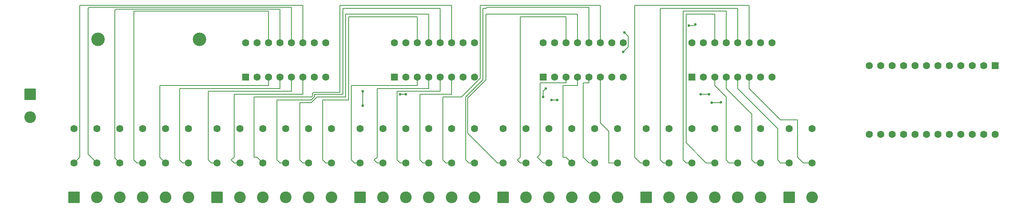
<source format=gbr>
%TF.GenerationSoftware,KiCad,Pcbnew,9.0.3*%
%TF.CreationDate,2025-08-12T15:30:17+02:00*%
%TF.ProjectId,Hauptwerk_Project,48617570-7477-4657-926b-5f50726f6a65,1.0.0*%
%TF.SameCoordinates,Original*%
%TF.FileFunction,Copper,L2,Bot*%
%TF.FilePolarity,Positive*%
%FSLAX46Y46*%
G04 Gerber Fmt 4.6, Leading zero omitted, Abs format (unit mm)*
G04 Created by KiCad (PCBNEW 9.0.3) date 2025-08-12 15:30:17*
%MOMM*%
%LPD*%
G01*
G04 APERTURE LIST*
G04 Aperture macros list*
%AMRoundRect*
0 Rectangle with rounded corners*
0 $1 Rounding radius*
0 $2 $3 $4 $5 $6 $7 $8 $9 X,Y pos of 4 corners*
0 Add a 4 corners polygon primitive as box body*
4,1,4,$2,$3,$4,$5,$6,$7,$8,$9,$2,$3,0*
0 Add four circle primitives for the rounded corners*
1,1,$1+$1,$2,$3*
1,1,$1+$1,$4,$5*
1,1,$1+$1,$6,$7*
1,1,$1+$1,$8,$9*
0 Add four rect primitives between the rounded corners*
20,1,$1+$1,$2,$3,$4,$5,0*
20,1,$1+$1,$4,$5,$6,$7,0*
20,1,$1+$1,$6,$7,$8,$9,0*
20,1,$1+$1,$8,$9,$2,$3,0*%
G04 Aperture macros list end*
%TA.AperFunction,ComponentPad*%
%ADD10RoundRect,0.250000X-1.050000X-1.050000X1.050000X-1.050000X1.050000X1.050000X-1.050000X1.050000X0*%
%TD*%
%TA.AperFunction,ComponentPad*%
%ADD11C,2.600000*%
%TD*%
%TA.AperFunction,ComponentPad*%
%ADD12C,1.600000*%
%TD*%
%TA.AperFunction,ComponentPad*%
%ADD13RoundRect,0.250000X0.550000X-0.550000X0.550000X0.550000X-0.550000X0.550000X-0.550000X-0.550000X0*%
%TD*%
%TA.AperFunction,ComponentPad*%
%ADD14RoundRect,0.250000X-1.050000X1.050000X-1.050000X-1.050000X1.050000X-1.050000X1.050000X1.050000X0*%
%TD*%
%TA.AperFunction,ComponentPad*%
%ADD15R,1.600000X1.600000*%
%TD*%
%TA.AperFunction,ComponentPad*%
%ADD16C,3.000000*%
%TD*%
%TA.AperFunction,ViaPad*%
%ADD17C,0.600000*%
%TD*%
%TA.AperFunction,Conductor*%
%ADD18C,0.200000*%
%TD*%
G04 APERTURE END LIST*
D10*
%TO.P,J4,1,Pin_1*%
%TO.N,Net-(J4-Pin_1)*%
X110490000Y-99060000D03*
D11*
%TO.P,J4,2,Pin_2*%
%TO.N,Net-(J4-Pin_2)*%
X115570000Y-99060000D03*
%TO.P,J4,3,Pin_3*%
%TO.N,Net-(J4-Pin_3)*%
X120650000Y-99060000D03*
%TO.P,J4,4,Pin_4*%
%TO.N,Net-(J4-Pin_4)*%
X125730000Y-99060000D03*
%TO.P,J4,5,Pin_5*%
%TO.N,Net-(J4-Pin_5)*%
X130810000Y-99060000D03*
%TO.P,J4,6,Pin_6*%
%TO.N,Net-(J4-Pin_6)*%
X135890000Y-99060000D03*
%TD*%
D12*
%TO.P,R26,1*%
%TO.N,Net-(J6-Pin_2)*%
X179070000Y-91440000D03*
%TO.P,R26,2*%
%TO.N,+5V*%
X179070000Y-83820000D03*
%TD*%
%TO.P,R14,1*%
%TO.N,Net-(J4-Pin_2)*%
X115570000Y-91440000D03*
%TO.P,R14,2*%
%TO.N,+5V*%
X115570000Y-83820000D03*
%TD*%
%TO.P,R29,1*%
%TO.N,Net-(J6-Pin_5)*%
X194310000Y-91440000D03*
%TO.P,R29,2*%
%TO.N,+5V*%
X194310000Y-83820000D03*
%TD*%
D10*
%TO.P,J6,1,Pin_1*%
%TO.N,Net-(J6-Pin_1)*%
X173990000Y-99060000D03*
D11*
%TO.P,J6,2,Pin_2*%
%TO.N,Net-(J6-Pin_2)*%
X179070000Y-99060000D03*
%TO.P,J6,3,Pin_3*%
%TO.N,Net-(J6-Pin_3)*%
X184150000Y-99060000D03*
%TO.P,J6,4,Pin_4*%
%TO.N,Net-(J6-Pin_4)*%
X189230000Y-99060000D03*
%TO.P,J6,5,Pin_5*%
%TO.N,Net-(J6-Pin_5)*%
X194310000Y-99060000D03*
%TO.P,J6,6,Pin_6*%
%TO.N,Net-(J6-Pin_6)*%
X199390000Y-99060000D03*
%TD*%
D12*
%TO.P,R30,1*%
%TO.N,Net-(J6-Pin_6)*%
X199390000Y-91440000D03*
%TO.P,R30,2*%
%TO.N,+5V*%
X199390000Y-83820000D03*
%TD*%
D10*
%TO.P,J7,1,Pin_1*%
%TO.N,Net-(J7-Pin_1)*%
X205735000Y-99060000D03*
D11*
%TO.P,J7,2,Pin_2*%
%TO.N,Net-(J7-Pin_2)*%
X210815000Y-99060000D03*
%TD*%
D12*
%TO.P,R12,1*%
%TO.N,Net-(J3-Pin_6)*%
X104140000Y-91440000D03*
%TO.P,R12,2*%
%TO.N,+5V*%
X104140000Y-83820000D03*
%TD*%
%TO.P,R8,1*%
%TO.N,Net-(J3-Pin_2)*%
X83820000Y-91440000D03*
%TO.P,R8,2*%
%TO.N,+5V*%
X83820000Y-83820000D03*
%TD*%
%TO.P,R13,1*%
%TO.N,Net-(J4-Pin_1)*%
X110490000Y-91440000D03*
%TO.P,R13,2*%
%TO.N,+5V*%
X110490000Y-83820000D03*
%TD*%
%TO.P,R10,1*%
%TO.N,Net-(J3-Pin_4)*%
X93980000Y-91440000D03*
%TO.P,R10,2*%
%TO.N,+5V*%
X93980000Y-83820000D03*
%TD*%
%TO.P,R4,1*%
%TO.N,Net-(J2-Pin_4)*%
X62230000Y-91440000D03*
%TO.P,R4,2*%
%TO.N,+5V*%
X62230000Y-83820000D03*
%TD*%
%TO.P,R18,1*%
%TO.N,Net-(J4-Pin_6)*%
X135890000Y-91440000D03*
%TO.P,R18,2*%
%TO.N,+5V*%
X135890000Y-83820000D03*
%TD*%
%TO.P,R9,1*%
%TO.N,Net-(J3-Pin_3)*%
X88900000Y-91440000D03*
%TO.P,R9,2*%
%TO.N,+5V*%
X88900000Y-83820000D03*
%TD*%
%TO.P,R27,1*%
%TO.N,Net-(J6-Pin_3)*%
X184150000Y-91440000D03*
%TO.P,R27,2*%
%TO.N,+5V*%
X184150000Y-83820000D03*
%TD*%
%TO.P,R5,1*%
%TO.N,Net-(J2-Pin_5)*%
X67310000Y-91440000D03*
%TO.P,R5,2*%
%TO.N,+5V*%
X67310000Y-83820000D03*
%TD*%
%TO.P,R3,1*%
%TO.N,Net-(J2-Pin_3)*%
X57150000Y-91440000D03*
%TO.P,R3,2*%
%TO.N,+5V*%
X57150000Y-83820000D03*
%TD*%
%TO.P,R28,1*%
%TO.N,Net-(J6-Pin_4)*%
X189230000Y-91440000D03*
%TO.P,R28,2*%
%TO.N,+5V*%
X189230000Y-83820000D03*
%TD*%
D13*
%TO.P,U4,1,~{PL}*%
%TO.N,Net-(U1-~{PL})*%
X184150000Y-72390000D03*
D12*
%TO.P,U4,2,CP*%
%TO.N,Net-(U1-CP)*%
X186690000Y-72390000D03*
%TO.P,U4,3,D4*%
%TO.N,Net-(J6-Pin_5)*%
X189230000Y-72390000D03*
%TO.P,U4,4,D5*%
%TO.N,Net-(J6-Pin_6)*%
X191770000Y-72390000D03*
%TO.P,U4,5,D6*%
%TO.N,Net-(J7-Pin_1)*%
X194310000Y-72390000D03*
%TO.P,U4,6,D7*%
%TO.N,Net-(J7-Pin_2)*%
X196850000Y-72390000D03*
%TO.P,U4,7,~{Q7}*%
%TO.N,unconnected-(U4-~{Q7}-Pad7)*%
X199390000Y-72390000D03*
%TO.P,U4,8,GND*%
%TO.N,GND*%
X201930000Y-72390000D03*
%TO.P,U4,9,Q7*%
%TO.N,Net-(U4-Q7)*%
X201930000Y-64770000D03*
%TO.P,U4,10,DS*%
%TO.N,Net-(U3-Q7)*%
X199390000Y-64770000D03*
%TO.P,U4,11,D0*%
%TO.N,Net-(J6-Pin_1)*%
X196850000Y-64770000D03*
%TO.P,U4,12,D1*%
%TO.N,Net-(J6-Pin_2)*%
X194310000Y-64770000D03*
%TO.P,U4,13,D2*%
%TO.N,Net-(J6-Pin_3)*%
X191770000Y-64770000D03*
%TO.P,U4,14,D3*%
%TO.N,Net-(J6-Pin_4)*%
X189230000Y-64770000D03*
%TO.P,U4,15,~{CE}*%
%TO.N,GND*%
X186690000Y-64770000D03*
%TO.P,U4,16,VCC*%
%TO.N,+5V*%
X184150000Y-64770000D03*
%TD*%
D10*
%TO.P,J3,1,Pin_1*%
%TO.N,Net-(J3-Pin_1)*%
X78740000Y-99060000D03*
D11*
%TO.P,J3,2,Pin_2*%
%TO.N,Net-(J3-Pin_2)*%
X83820000Y-99060000D03*
%TO.P,J3,3,Pin_3*%
%TO.N,Net-(J3-Pin_3)*%
X88900000Y-99060000D03*
%TO.P,J3,4,Pin_4*%
%TO.N,Net-(J3-Pin_4)*%
X93980000Y-99060000D03*
%TO.P,J3,5,Pin_5*%
%TO.N,Net-(J3-Pin_5)*%
X99060000Y-99060000D03*
%TO.P,J3,6,Pin_6*%
%TO.N,Net-(J3-Pin_6)*%
X104140000Y-99060000D03*
%TD*%
D12*
%TO.P,R21,1*%
%TO.N,Net-(J5-Pin_3)*%
X152400000Y-91440000D03*
%TO.P,R21,2*%
%TO.N,+5V*%
X152400000Y-83820000D03*
%TD*%
%TO.P,R24,1*%
%TO.N,Net-(J5-Pin_6)*%
X167640000Y-91440000D03*
%TO.P,R24,2*%
%TO.N,+5V*%
X167640000Y-83820000D03*
%TD*%
%TO.P,R11,1*%
%TO.N,Net-(J3-Pin_5)*%
X99060000Y-91440000D03*
%TO.P,R11,2*%
%TO.N,+5V*%
X99060000Y-83820000D03*
%TD*%
%TO.P,R19,1*%
%TO.N,Net-(J5-Pin_1)*%
X142240000Y-91440000D03*
%TO.P,R19,2*%
%TO.N,+5V*%
X142240000Y-83820000D03*
%TD*%
%TO.P,R17,1*%
%TO.N,Net-(J4-Pin_5)*%
X130810000Y-91440000D03*
%TO.P,R17,2*%
%TO.N,+5V*%
X130810000Y-83820000D03*
%TD*%
%TO.P,R25,1*%
%TO.N,Net-(J6-Pin_1)*%
X173990000Y-91440000D03*
%TO.P,R25,2*%
%TO.N,+5V*%
X173990000Y-83820000D03*
%TD*%
%TO.P,R16,1*%
%TO.N,Net-(J4-Pin_4)*%
X125730000Y-91440000D03*
%TO.P,R16,2*%
%TO.N,+5V*%
X125730000Y-83820000D03*
%TD*%
%TO.P,R7,1*%
%TO.N,Net-(J3-Pin_1)*%
X78740000Y-91440000D03*
%TO.P,R7,2*%
%TO.N,+5V*%
X78740000Y-83820000D03*
%TD*%
%TO.P,R32,1*%
%TO.N,Net-(J7-Pin_2)*%
X210820000Y-91440000D03*
%TO.P,R32,2*%
%TO.N,+5V*%
X210820000Y-83820000D03*
%TD*%
%TO.P,R15,1*%
%TO.N,Net-(J4-Pin_3)*%
X120650000Y-91440000D03*
%TO.P,R15,2*%
%TO.N,+5V*%
X120650000Y-83820000D03*
%TD*%
%TO.P,R2,1*%
%TO.N,Net-(J2-Pin_2)*%
X52070000Y-91440000D03*
%TO.P,R2,2*%
%TO.N,+5V*%
X52070000Y-83820000D03*
%TD*%
D14*
%TO.P,J1,1,Pin_1*%
%TO.N,Net-(J1-Pin_1)*%
X37292500Y-76195000D03*
D11*
%TO.P,J1,2,Pin_2*%
%TO.N,GND*%
X37292500Y-81275000D03*
%TD*%
D15*
%TO.P,U5,1,TX*%
%TO.N,unconnected-(U5-TX-Pad1)*%
X251460000Y-69850000D03*
D12*
%TO.P,U5,2,RX*%
%TO.N,unconnected-(U5-RX-Pad2)*%
X248920000Y-69850000D03*
%TO.P,U5,3,GND*%
%TO.N,GND*%
X246380000Y-69850000D03*
%TO.P,U5,4,GND*%
%TO.N,unconnected-(U5-GND-Pad4)*%
X243840000Y-69850000D03*
%TO.P,U5,5,SDA*%
%TO.N,unconnected-(U5-SDA-Pad5)*%
X241300000Y-69850000D03*
%TO.P,U5,6,SCL*%
%TO.N,unconnected-(U5-SCL-Pad6)*%
X238760000Y-69850000D03*
%TO.P,U5,7,D4*%
%TO.N,Net-(U4-Q7)*%
X236220000Y-69850000D03*
%TO.P,U5,8,C6*%
%TO.N,Net-(U1-CP)*%
X233680000Y-69850000D03*
%TO.P,U5,9,D7*%
%TO.N,Net-(U1-~{PL})*%
X231140000Y-69850000D03*
%TO.P,U5,10,E6*%
%TO.N,unconnected-(U5-E6-Pad10)*%
X228600000Y-69850000D03*
%TO.P,U5,11,B4*%
%TO.N,unconnected-(U5-B4-Pad11)*%
X226060000Y-69850000D03*
%TO.P,U5,12,B5*%
%TO.N,unconnected-(U5-B5-Pad12)*%
X223520000Y-69850000D03*
%TO.P,U5,13,B6*%
%TO.N,unconnected-(U5-B6-Pad13)*%
X223520000Y-85090000D03*
%TO.P,U5,14,B2*%
%TO.N,unconnected-(U5-B2-Pad14)*%
X226060000Y-85090000D03*
%TO.P,U5,15,B3*%
%TO.N,unconnected-(U5-B3-Pad15)*%
X228600000Y-85090000D03*
%TO.P,U5,16,B1*%
%TO.N,unconnected-(U5-B1-Pad16)*%
X231140000Y-85090000D03*
%TO.P,U5,17,F7*%
%TO.N,unconnected-(U5-F7-Pad17)*%
X233680000Y-85090000D03*
%TO.P,U5,18,F6*%
%TO.N,unconnected-(U5-F6-Pad18)*%
X236220000Y-85090000D03*
%TO.P,U5,19,F5*%
%TO.N,unconnected-(U5-F5-Pad19)*%
X238760000Y-85090000D03*
%TO.P,U5,20,F4*%
%TO.N,unconnected-(U5-F4-Pad20)*%
X241300000Y-85090000D03*
%TO.P,U5,21,VCC*%
%TO.N,unconnected-(U5-VCC-Pad21)*%
X243840000Y-85090000D03*
%TO.P,U5,22,RST*%
%TO.N,unconnected-(U5-RST-Pad22)*%
X246380000Y-85090000D03*
%TO.P,U5,23,GND*%
%TO.N,unconnected-(U5-GND-Pad23)*%
X248920000Y-85090000D03*
%TO.P,U5,24,RAW*%
%TO.N,unconnected-(U5-RAW-Pad24)*%
X251460000Y-85090000D03*
%TD*%
%TO.P,R22,1*%
%TO.N,Net-(J5-Pin_4)*%
X157480000Y-91440000D03*
%TO.P,R22,2*%
%TO.N,+5V*%
X157480000Y-83820000D03*
%TD*%
D10*
%TO.P,J2,1,Pin_1*%
%TO.N,Net-(J2-Pin_1)*%
X46990000Y-99060000D03*
D11*
%TO.P,J2,2,Pin_2*%
%TO.N,Net-(J2-Pin_2)*%
X52070000Y-99060000D03*
%TO.P,J2,3,Pin_3*%
%TO.N,Net-(J2-Pin_3)*%
X57150000Y-99060000D03*
%TO.P,J2,4,Pin_4*%
%TO.N,Net-(J2-Pin_4)*%
X62230000Y-99060000D03*
%TO.P,J2,5,Pin_5*%
%TO.N,Net-(J2-Pin_5)*%
X67310000Y-99060000D03*
%TO.P,J2,6,Pin_6*%
%TO.N,Net-(J2-Pin_6)*%
X72390000Y-99060000D03*
%TD*%
D16*
%TO.P,F1,1*%
%TO.N,Net-(J1-Pin_1)*%
X52324000Y-64008000D03*
%TO.P,F1,2*%
%TO.N,+5V*%
X74824000Y-64008000D03*
%TD*%
D10*
%TO.P,J5,1,Pin_1*%
%TO.N,Net-(J5-Pin_1)*%
X142240000Y-99060000D03*
D11*
%TO.P,J5,2,Pin_2*%
%TO.N,Net-(J5-Pin_2)*%
X147320000Y-99060000D03*
%TO.P,J5,3,Pin_3*%
%TO.N,Net-(J5-Pin_3)*%
X152400000Y-99060000D03*
%TO.P,J5,4,Pin_4*%
%TO.N,Net-(J5-Pin_4)*%
X157480000Y-99060000D03*
%TO.P,J5,5,Pin_5*%
%TO.N,Net-(J5-Pin_5)*%
X162560000Y-99060000D03*
%TO.P,J5,6,Pin_6*%
%TO.N,Net-(J5-Pin_6)*%
X167640000Y-99060000D03*
%TD*%
D12*
%TO.P,R23,1*%
%TO.N,Net-(J5-Pin_5)*%
X162560000Y-91440000D03*
%TO.P,R23,2*%
%TO.N,+5V*%
X162560000Y-83820000D03*
%TD*%
%TO.P,R20,1*%
%TO.N,Net-(J5-Pin_2)*%
X147320000Y-91440000D03*
%TO.P,R20,2*%
%TO.N,+5V*%
X147320000Y-83820000D03*
%TD*%
D13*
%TO.P,U1,1,~{PL}*%
%TO.N,Net-(U1-~{PL})*%
X85090000Y-72390000D03*
D12*
%TO.P,U1,2,CP*%
%TO.N,Net-(U1-CP)*%
X87630000Y-72390000D03*
%TO.P,U1,3,D4*%
%TO.N,Net-(J2-Pin_5)*%
X90170000Y-72390000D03*
%TO.P,U1,4,D5*%
%TO.N,Net-(J2-Pin_6)*%
X92710000Y-72390000D03*
%TO.P,U1,5,D6*%
%TO.N,Net-(J3-Pin_1)*%
X95250000Y-72390000D03*
%TO.P,U1,6,D7*%
%TO.N,Net-(J3-Pin_2)*%
X97790000Y-72390000D03*
%TO.P,U1,7,~{Q7}*%
%TO.N,unconnected-(U1-~{Q7}-Pad7)*%
X100330000Y-72390000D03*
%TO.P,U1,8,GND*%
%TO.N,GND*%
X102870000Y-72390000D03*
%TO.P,U1,9,Q7*%
%TO.N,Net-(U1-Q7)*%
X102870000Y-64770000D03*
%TO.P,U1,10,DS*%
%TO.N,+5V*%
X100330000Y-64770000D03*
%TO.P,U1,11,D0*%
%TO.N,Net-(J2-Pin_1)*%
X97790000Y-64770000D03*
%TO.P,U1,12,D1*%
%TO.N,Net-(J2-Pin_2)*%
X95250000Y-64770000D03*
%TO.P,U1,13,D2*%
%TO.N,Net-(J2-Pin_3)*%
X92710000Y-64770000D03*
%TO.P,U1,14,D3*%
%TO.N,Net-(J2-Pin_4)*%
X90170000Y-64770000D03*
%TO.P,U1,15,~{CE}*%
%TO.N,GND*%
X87630000Y-64770000D03*
%TO.P,U1,16,VCC*%
%TO.N,+5V*%
X85090000Y-64770000D03*
%TD*%
D13*
%TO.P,U3,1,~{PL}*%
%TO.N,Net-(U1-~{PL})*%
X151130000Y-72390000D03*
D12*
%TO.P,U3,2,CP*%
%TO.N,Net-(U1-CP)*%
X153670000Y-72390000D03*
%TO.P,U3,3,D4*%
%TO.N,Net-(J5-Pin_3)*%
X156210000Y-72390000D03*
%TO.P,U3,4,D5*%
%TO.N,Net-(J5-Pin_4)*%
X158750000Y-72390000D03*
%TO.P,U3,5,D6*%
%TO.N,Net-(J5-Pin_5)*%
X161290000Y-72390000D03*
%TO.P,U3,6,D7*%
%TO.N,Net-(J5-Pin_6)*%
X163830000Y-72390000D03*
%TO.P,U3,7,~{Q7}*%
%TO.N,unconnected-(U3-~{Q7}-Pad7)*%
X166370000Y-72390000D03*
%TO.P,U3,8,GND*%
%TO.N,GND*%
X168910000Y-72390000D03*
%TO.P,U3,9,Q7*%
%TO.N,Net-(U3-Q7)*%
X168910000Y-64770000D03*
%TO.P,U3,10,DS*%
%TO.N,Net-(U2-Q7)*%
X166370000Y-64770000D03*
%TO.P,U3,11,D0*%
%TO.N,Net-(J4-Pin_5)*%
X163830000Y-64770000D03*
%TO.P,U3,12,D1*%
%TO.N,Net-(J4-Pin_6)*%
X161290000Y-64770000D03*
%TO.P,U3,13,D2*%
%TO.N,Net-(J5-Pin_1)*%
X158750000Y-64770000D03*
%TO.P,U3,14,D3*%
%TO.N,Net-(J5-Pin_2)*%
X156210000Y-64770000D03*
%TO.P,U3,15,~{CE}*%
%TO.N,GND*%
X153670000Y-64770000D03*
%TO.P,U3,16,VCC*%
%TO.N,+5V*%
X151130000Y-64770000D03*
%TD*%
%TO.P,R6,1*%
%TO.N,Net-(J2-Pin_6)*%
X72390000Y-91440000D03*
%TO.P,R6,2*%
%TO.N,+5V*%
X72390000Y-83820000D03*
%TD*%
%TO.P,R31,1*%
%TO.N,Net-(J7-Pin_1)*%
X205740000Y-91440000D03*
%TO.P,R31,2*%
%TO.N,+5V*%
X205740000Y-83820000D03*
%TD*%
%TO.P,R1,1*%
%TO.N,Net-(J2-Pin_1)*%
X46990000Y-91440000D03*
%TO.P,R1,2*%
%TO.N,+5V*%
X46990000Y-83820000D03*
%TD*%
D13*
%TO.P,U2,1,~{PL}*%
%TO.N,Net-(U1-~{PL})*%
X118110000Y-72390000D03*
D12*
%TO.P,U2,2,CP*%
%TO.N,Net-(U1-CP)*%
X120650000Y-72390000D03*
%TO.P,U2,3,D4*%
%TO.N,Net-(J4-Pin_1)*%
X123190000Y-72390000D03*
%TO.P,U2,4,D5*%
%TO.N,Net-(J4-Pin_2)*%
X125730000Y-72390000D03*
%TO.P,U2,5,D6*%
%TO.N,Net-(J4-Pin_3)*%
X128270000Y-72390000D03*
%TO.P,U2,6,D7*%
%TO.N,Net-(J4-Pin_4)*%
X130810000Y-72390000D03*
%TO.P,U2,7,~{Q7}*%
%TO.N,unconnected-(U2-~{Q7}-Pad7)*%
X133350000Y-72390000D03*
%TO.P,U2,8,GND*%
%TO.N,GND*%
X135890000Y-72390000D03*
%TO.P,U2,9,Q7*%
%TO.N,Net-(U2-Q7)*%
X135890000Y-64770000D03*
%TO.P,U2,10,DS*%
%TO.N,Net-(U1-Q7)*%
X133350000Y-64770000D03*
%TO.P,U2,11,D0*%
%TO.N,Net-(J3-Pin_3)*%
X130810000Y-64770000D03*
%TO.P,U2,12,D1*%
%TO.N,Net-(J3-Pin_4)*%
X128270000Y-64770000D03*
%TO.P,U2,13,D2*%
%TO.N,Net-(J3-Pin_5)*%
X125730000Y-64770000D03*
%TO.P,U2,14,D3*%
%TO.N,Net-(J3-Pin_6)*%
X123190000Y-64770000D03*
%TO.P,U2,15,~{CE}*%
%TO.N,GND*%
X120650000Y-64770000D03*
%TO.P,U2,16,VCC*%
%TO.N,+5V*%
X118110000Y-64770000D03*
%TD*%
D17*
%TO.N,GND*%
X168910000Y-66802000D03*
X183480000Y-60960000D03*
X169164000Y-62484000D03*
X184912000Y-60706000D03*
%TO.N,Net-(U1-~{PL})*%
X111125000Y-75565000D03*
X120650000Y-76200000D03*
X186090000Y-76200000D03*
X119415000Y-76200000D03*
X154270000Y-77470000D03*
X111125000Y-78740000D03*
X153035000Y-77470000D03*
X187960000Y-76200000D03*
%TO.N,Net-(U1-CP)*%
X190606765Y-77998235D03*
X151765000Y-74930000D03*
X151130000Y-76835000D03*
X188595000Y-78105000D03*
%TD*%
D18*
%TO.N,GND*%
X170011000Y-63331000D02*
X169164000Y-62484000D01*
X184658000Y-60960000D02*
X183480000Y-60960000D01*
X168910000Y-66802000D02*
X170011000Y-65701000D01*
X184912000Y-60706000D02*
X184658000Y-60960000D01*
X170011000Y-65701000D02*
X170011000Y-63331000D01*
%TO.N,Net-(J2-Pin_4)*%
X60325000Y-57785000D02*
X90170000Y-57785000D01*
X90170000Y-57785000D02*
X90170000Y-64770000D01*
X62230000Y-91440000D02*
X60960000Y-91440000D01*
X60960000Y-91440000D02*
X60325000Y-90805000D01*
X60325000Y-90805000D02*
X60325000Y-57785000D01*
%TO.N,Net-(J2-Pin_1)*%
X46990000Y-91440000D02*
X48260000Y-90170000D01*
X48260000Y-56515000D02*
X97790000Y-56515000D01*
X48260000Y-90170000D02*
X48260000Y-56515000D01*
X97790000Y-56515000D02*
X97790000Y-64770000D01*
%TO.N,Net-(J2-Pin_5)*%
X67310000Y-91440000D02*
X66040000Y-90170000D01*
X66040000Y-90170000D02*
X66040000Y-74295000D01*
X66040000Y-74295000D02*
X90170000Y-74295000D01*
X90170000Y-74295000D02*
X90170000Y-72390000D01*
%TO.N,Net-(J2-Pin_3)*%
X92710000Y-57317000D02*
X92710000Y-64770000D01*
X56049000Y-90339000D02*
X56049000Y-57616000D01*
X57150000Y-91440000D02*
X56049000Y-90339000D01*
X56348000Y-57317000D02*
X92710000Y-57317000D01*
X56049000Y-57616000D02*
X56348000Y-57317000D01*
%TO.N,Net-(J2-Pin_2)*%
X52070000Y-91440000D02*
X50165000Y-89535000D01*
X95250000Y-56916000D02*
X95250000Y-64770000D01*
X50399000Y-56916000D02*
X95250000Y-56916000D01*
X50165000Y-57150000D02*
X50399000Y-56916000D01*
X50165000Y-89535000D02*
X50165000Y-57150000D01*
%TO.N,Net-(J2-Pin_6)*%
X92710000Y-74930000D02*
X92710000Y-72390000D01*
X70485000Y-90805000D02*
X70485000Y-74930000D01*
X72390000Y-91440000D02*
X71120000Y-91440000D01*
X70485000Y-74930000D02*
X92710000Y-74930000D01*
X71120000Y-91440000D02*
X70485000Y-90805000D01*
%TO.N,Net-(J3-Pin_4)*%
X106680000Y-76200000D02*
X106680000Y-57150000D01*
X92710000Y-91440000D02*
X92075000Y-90805000D01*
X92075000Y-90805000D02*
X92075000Y-77470000D01*
X92075000Y-77470000D02*
X99695000Y-77470000D01*
X106680000Y-57150000D02*
X128270000Y-57150000D01*
X100330000Y-76200000D02*
X106680000Y-76200000D01*
X93980000Y-91440000D02*
X92710000Y-91440000D01*
X99695000Y-77470000D02*
X100330000Y-76835000D01*
X100330000Y-76835000D02*
X100330000Y-76200000D01*
X128270000Y-57150000D02*
X128270000Y-64770000D01*
%TO.N,Net-(J3-Pin_5)*%
X107315000Y-76835000D02*
X107315000Y-58420000D01*
X125730000Y-58420000D02*
X125730000Y-64770000D01*
X97155000Y-78105000D02*
X99695000Y-78105000D01*
X107315000Y-58420000D02*
X125730000Y-58420000D01*
X99695000Y-78105000D02*
X100965000Y-76835000D01*
X100965000Y-76835000D02*
X107315000Y-76835000D01*
X97790000Y-91440000D02*
X97155000Y-90805000D01*
X97155000Y-90805000D02*
X97155000Y-78105000D01*
X99060000Y-91440000D02*
X97790000Y-91440000D01*
%TO.N,Net-(J3-Pin_2)*%
X82550000Y-91440000D02*
X81915000Y-90805000D01*
X81915000Y-90805000D02*
X82550000Y-90170000D01*
X97790000Y-76200000D02*
X97790000Y-72390000D01*
X83820000Y-91440000D02*
X82550000Y-91440000D01*
X82550000Y-90170000D02*
X82550000Y-76200000D01*
X82550000Y-76200000D02*
X97790000Y-76200000D01*
%TO.N,Net-(J3-Pin_3)*%
X106045000Y-56515000D02*
X130810000Y-56515000D01*
X86995000Y-76835000D02*
X99762900Y-76835000D01*
X100163900Y-75799000D02*
X106045000Y-75799000D01*
X87630000Y-90170000D02*
X86995000Y-90170000D01*
X99929000Y-76668900D02*
X99929000Y-76033900D01*
X130810000Y-56515000D02*
X130810000Y-64770000D01*
X106045000Y-75799000D02*
X106045000Y-56515000D01*
X86995000Y-90170000D02*
X86995000Y-76835000D01*
X88900000Y-91440000D02*
X87630000Y-90170000D01*
X99929000Y-76033900D02*
X100163900Y-75799000D01*
X99762900Y-76835000D02*
X99929000Y-76668900D01*
%TO.N,Net-(J3-Pin_6)*%
X107950000Y-77470000D02*
X107950000Y-59055000D01*
X102870000Y-91440000D02*
X102235000Y-90805000D01*
X107950000Y-59055000D02*
X123190000Y-59055000D01*
X123190000Y-59055000D02*
X123190000Y-64770000D01*
X102235000Y-77470000D02*
X107950000Y-77470000D01*
X102235000Y-90805000D02*
X102235000Y-77470000D01*
X104140000Y-91440000D02*
X102870000Y-91440000D01*
%TO.N,Net-(J3-Pin_1)*%
X77470000Y-91440000D02*
X76835000Y-90805000D01*
X95250000Y-75565000D02*
X95250000Y-72390000D01*
X76835000Y-75565000D02*
X95250000Y-75565000D01*
X76835000Y-90805000D02*
X76835000Y-75565000D01*
X78740000Y-91440000D02*
X77470000Y-91440000D01*
%TO.N,Net-(J4-Pin_5)*%
X137160000Y-72677050D02*
X137160000Y-56515000D01*
X129540000Y-91440000D02*
X128905000Y-90805000D01*
X130810000Y-91440000D02*
X129540000Y-91440000D01*
X137160000Y-56515000D02*
X163830000Y-56515000D01*
X163830000Y-56515000D02*
X163830000Y-64770000D01*
X128905000Y-76835000D02*
X133002050Y-76835000D01*
X128905000Y-90805000D02*
X128905000Y-76835000D01*
X133002050Y-76835000D02*
X137160000Y-72677050D01*
%TO.N,Net-(J4-Pin_1)*%
X109220000Y-91440000D02*
X108585000Y-90805000D01*
X123190000Y-74295000D02*
X123190000Y-72390000D01*
X108585000Y-74295000D02*
X123190000Y-74295000D01*
X110490000Y-91440000D02*
X109220000Y-91440000D01*
X108585000Y-90805000D02*
X108585000Y-74295000D01*
%TO.N,Net-(J4-Pin_4)*%
X125730000Y-91440000D02*
X124460000Y-91440000D01*
X123825000Y-90805000D02*
X123825000Y-76200000D01*
X124460000Y-91440000D02*
X123825000Y-90805000D01*
X123825000Y-76200000D02*
X130810000Y-76200000D01*
X130810000Y-76200000D02*
X130810000Y-72390000D01*
%TO.N,Net-(J4-Pin_6)*%
X137795000Y-73025000D02*
X137795000Y-57150000D01*
X137795000Y-57150000D02*
X138430000Y-57150000D01*
X133985000Y-76835000D02*
X137795000Y-73025000D01*
X133985000Y-90805000D02*
X133985000Y-76835000D01*
X161290000Y-56916000D02*
X161290000Y-64770000D01*
X138430000Y-57150000D02*
X138664000Y-56916000D01*
X135890000Y-91440000D02*
X134620000Y-91440000D01*
X138664000Y-56916000D02*
X161290000Y-56916000D01*
X134620000Y-91440000D02*
X133985000Y-90805000D01*
%TO.N,Net-(J4-Pin_3)*%
X118745000Y-75565000D02*
X128270000Y-75565000D01*
X120650000Y-91440000D02*
X119380000Y-91440000D01*
X119380000Y-91440000D02*
X118745000Y-90805000D01*
X118745000Y-90805000D02*
X118745000Y-75565000D01*
X128270000Y-75565000D02*
X128270000Y-72390000D01*
%TO.N,Net-(J4-Pin_2)*%
X114300000Y-91440000D02*
X113665000Y-90805000D01*
X114300000Y-90170000D02*
X114300000Y-74930000D01*
X125730000Y-74930000D02*
X125730000Y-72390000D01*
X115570000Y-91440000D02*
X114300000Y-91440000D01*
X113665000Y-90805000D02*
X114300000Y-90170000D01*
X114300000Y-74930000D02*
X125730000Y-74930000D01*
%TO.N,Net-(J5-Pin_2)*%
X146050000Y-91440000D02*
X145415000Y-90805000D01*
X147320000Y-91440000D02*
X146050000Y-91440000D01*
X156210000Y-59055000D02*
X156210000Y-64770000D01*
X146050000Y-90170000D02*
X146050000Y-59055000D01*
X145415000Y-90805000D02*
X146050000Y-90170000D01*
X146050000Y-59055000D02*
X156210000Y-59055000D01*
%TO.N,Net-(J5-Pin_4)*%
X155575000Y-90170000D02*
X155575000Y-74295000D01*
X155575000Y-74295000D02*
X158750000Y-74295000D01*
X157480000Y-91440000D02*
X156210000Y-90170000D01*
X158750000Y-74295000D02*
X158750000Y-72390000D01*
X156210000Y-90170000D02*
X155575000Y-90170000D01*
%TO.N,Net-(J5-Pin_3)*%
X150495000Y-73660000D02*
X156210000Y-73660000D01*
X156210000Y-73660000D02*
X156210000Y-72390000D01*
X150495000Y-89535000D02*
X150495000Y-73660000D01*
X152400000Y-91440000D02*
X151130000Y-91440000D01*
X151130000Y-91440000D02*
X149860000Y-90170000D01*
X149860000Y-90170000D02*
X150495000Y-89535000D01*
%TO.N,Net-(J5-Pin_5)*%
X161290000Y-91440000D02*
X160020000Y-90170000D01*
X161290000Y-73660000D02*
X161290000Y-72390000D01*
X160020000Y-73660000D02*
X161290000Y-73660000D01*
X160020000Y-90170000D02*
X160020000Y-73660000D01*
X162560000Y-91440000D02*
X161290000Y-91440000D01*
%TO.N,Net-(J5-Pin_1)*%
X138430000Y-58420000D02*
X158750000Y-58420000D01*
X140970000Y-91440000D02*
X134386000Y-84856000D01*
X158750000Y-58420000D02*
X158750000Y-64770000D01*
X134386000Y-84856000D02*
X134386000Y-77069000D01*
X134386000Y-77069000D02*
X138430000Y-73025000D01*
X142240000Y-91440000D02*
X140970000Y-91440000D01*
X138430000Y-73025000D02*
X138430000Y-58420000D01*
%TO.N,Net-(J5-Pin_6)*%
X163830000Y-82550000D02*
X163830000Y-72390000D01*
X165735000Y-84455000D02*
X163830000Y-82550000D01*
X165735000Y-91440000D02*
X165735000Y-84455000D01*
X167640000Y-91440000D02*
X165735000Y-91440000D01*
%TO.N,Net-(J6-Pin_1)*%
X196850000Y-56515000D02*
X196850000Y-64770000D01*
X173990000Y-91440000D02*
X172720000Y-91440000D01*
X171450000Y-56515000D02*
X196850000Y-56515000D01*
X172720000Y-91440000D02*
X171450000Y-90170000D01*
X171450000Y-90170000D02*
X171450000Y-56515000D01*
%TO.N,Net-(J6-Pin_3)*%
X191770000Y-57785000D02*
X191770000Y-64770000D01*
X182245000Y-57785000D02*
X191770000Y-57785000D01*
X182245000Y-90805000D02*
X182245000Y-57785000D01*
X184150000Y-91440000D02*
X182880000Y-91440000D01*
X182880000Y-91440000D02*
X182245000Y-90805000D01*
%TO.N,Net-(J6-Pin_6)*%
X197485000Y-80645000D02*
X191770000Y-74930000D01*
X199390000Y-91440000D02*
X198120000Y-91440000D01*
X191770000Y-74930000D02*
X191770000Y-72390000D01*
X198120000Y-91440000D02*
X197485000Y-90805000D01*
X197485000Y-90805000D02*
X197485000Y-80645000D01*
%TO.N,Net-(J6-Pin_4)*%
X189230000Y-58420000D02*
X189230000Y-64770000D01*
X187325000Y-91440000D02*
X182880000Y-86995000D01*
X189230000Y-91440000D02*
X187325000Y-91440000D01*
X182880000Y-58420000D02*
X189230000Y-58420000D01*
X182880000Y-86995000D02*
X182880000Y-58420000D01*
%TO.N,Net-(J6-Pin_2)*%
X177165000Y-90805000D02*
X177165000Y-57150000D01*
X177165000Y-57150000D02*
X194310000Y-57150000D01*
X177800000Y-91440000D02*
X177165000Y-90805000D01*
X179070000Y-91440000D02*
X177800000Y-91440000D01*
X194310000Y-57150000D02*
X194310000Y-64770000D01*
%TO.N,Net-(J6-Pin_5)*%
X191770000Y-90805000D02*
X191770000Y-76835000D01*
X192405000Y-91440000D02*
X191770000Y-90805000D01*
X191770000Y-76835000D02*
X189230000Y-74295000D01*
X194310000Y-91440000D02*
X192405000Y-91440000D01*
X189230000Y-74295000D02*
X189230000Y-72390000D01*
%TO.N,Net-(J7-Pin_2)*%
X208915000Y-91440000D02*
X207645000Y-90170000D01*
X210820000Y-91440000D02*
X208915000Y-91440000D01*
X196850000Y-74930000D02*
X196850000Y-72390000D01*
X207645000Y-90170000D02*
X207645000Y-81915000D01*
X207645000Y-81915000D02*
X203835000Y-81915000D01*
X203835000Y-81915000D02*
X196850000Y-74930000D01*
%TO.N,Net-(J7-Pin_1)*%
X205740000Y-91440000D02*
X203835000Y-91440000D01*
X194310000Y-74930000D02*
X194310000Y-72390000D01*
X203835000Y-91440000D02*
X203200000Y-90805000D01*
X203200000Y-90805000D02*
X203200000Y-83820000D01*
X203200000Y-83820000D02*
X194310000Y-74930000D01*
%TO.N,Net-(U1-~{PL})*%
X111125000Y-75565000D02*
X111125000Y-78740000D01*
X119415000Y-76200000D02*
X120650000Y-76200000D01*
X154270000Y-77470000D02*
X153035000Y-77470000D01*
X186090000Y-76200000D02*
X187325000Y-76200000D01*
X187325000Y-76200000D02*
X187960000Y-76200000D01*
%TO.N,Net-(U1-CP)*%
X188595000Y-78105000D02*
X190500000Y-78105000D01*
X151130000Y-75565000D02*
X151130000Y-76835000D01*
X151765000Y-74930000D02*
X151130000Y-75565000D01*
X190500000Y-78105000D02*
X190606765Y-77998235D01*
%TD*%
M02*

</source>
